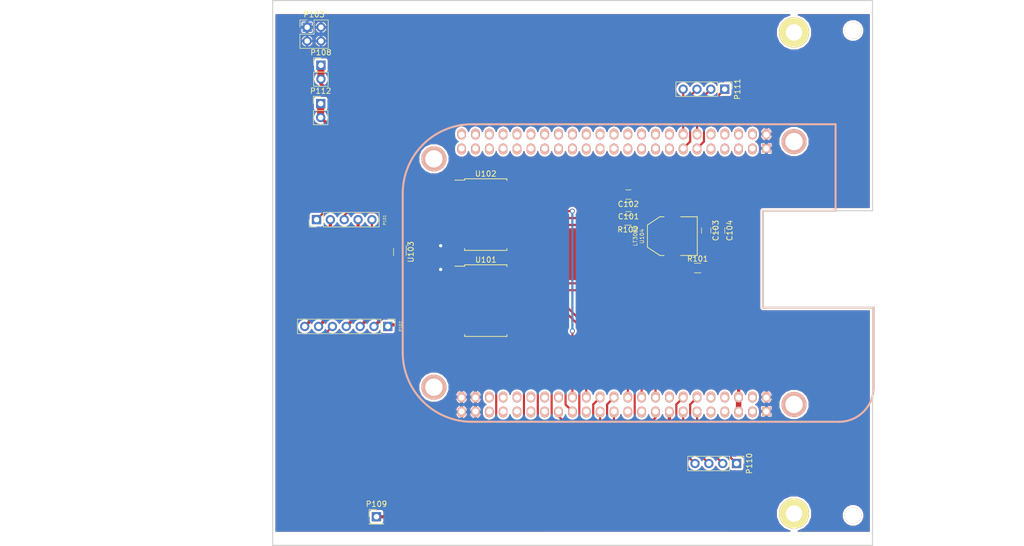
<source format=kicad_pcb>
(kicad_pcb (version 4) (host pcbnew no-vcs-found-product)
  (title_block (title SPI16CON) (date 2015-09-14) (rev v0) (company Controle))
  (layers (0 F.Cu signal) (31 B.Cu signal hide) (34 B.Paste user hide) (35 F.Paste user hide) (36 B.SilkS user hide) (37 F.SilkS user) (38 B.Mask user) (39 F.Mask user) (44 Edge.Cuts user))
  (net 0 "")
  (net 1 GND)
  (net 2 /DAC_CS)
  (net 3 /DAC_CLK)
  (net 4 /DAC_MOSI)
  (net 5 /DAC_MISO)
  (net 6 /ADC_CNV)
  (net 7 /ADC_CS)
  (net 8 /ADC_BUSY)
  (net 9 /ADC_MISO)
  (net 10 /GPIO_RST)
  (net 11 /+5V)
  (net 12 /SPI0_CS)
  (net 13 /SPI0_MISO)
  (net 14 /SPI0_SCLK)
  (net 15 /SPI1_CS0)
  (net 16 /SPI1_MOSI)
  (net 17 /SPI1_MISO)
  (net 18 /SPI1_SCLK)
  (net 19 /DAC_LDAC)
  (net 20 /DAC_CLR)
  (net 21 /DAC_RST)
  (net 22 /ADC_CLK)
  (net 23 /GPIO_LDAC)
  (net 24 /GPIO_CLR)
  (net 25 /GPIO_CNV)
  (net 26 /GPIO_BUSY)
  (net 27 /PWR_SYS)
  (net 28 /GPIO_1)
  (net 29 /GPIO_2)
  (net 30 /GPIO_3)
  (net 31 /GPIO_4)
  (net 32 /GPIO_0)
  (net 33 /GPIO_5)
  (net 34 /GPIO_6)
  (net 35 /GPIO_7)
  (net 36 /+3.3V)
  (net 37 "Net-(R101-Pad1)")
  (module Housings_SOIC:SOIC-20W_7.5x12.8mm_Pitch1.27mm (layer F.Cu) (at 110.41 65.96)
    (fp_text reference U102 (at 0 -7.5) (layer F.SilkS))
    (fp_text value 74LCX245)
    (pad 1 smd rect (at -4.7 -5.715) (size 1.95 0.6) (layers F.Cu F.Paste F.Mask) (net 36 /+3.3V))
    (pad 2 smd rect (at -4.7 -4.445) (size 1.95 0.6) (layers F.Cu F.Paste F.Mask))
    (pad 3 smd rect (at -4.7 -3.175) (size 1.95 0.6) (layers F.Cu F.Paste F.Mask))
    (pad 4 smd rect (at -4.7 -1.905) (size 1.95 0.6) (layers F.Cu F.Paste F.Mask) (net 5 /DAC_MISO))
    (pad 5 smd rect (at -4.7 -0.635) (size 1.95 0.6) (layers F.Cu F.Paste F.Mask) (net 9 /ADC_MISO))
    (pad 6 smd rect (at -4.7 0.635) (size 1.95 0.6) (layers F.Cu F.Paste F.Mask) (net 8 /ADC_BUSY))
    (pad 7 smd rect (at -4.7 1.905) (size 1.95 0.6) (layers F.Cu F.Paste F.Mask))
    (pad 8 smd rect (at -4.7 3.175) (size 1.95 0.6) (layers F.Cu F.Paste F.Mask))
    (pad 9 smd rect (at -4.7 4.445) (size 1.95 0.6) (layers F.Cu F.Paste F.Mask))
    (pad 10 smd rect (at -4.7 5.715) (size 1.95 0.6) (layers F.Cu F.Paste F.Mask) (net 1 GND))
    (pad 11 smd rect (at 4.7 5.715) (size 1.95 0.6) (layers F.Cu F.Paste F.Mask))
    (pad 12 smd rect (at 4.7 4.445) (size 1.95 0.6) (layers F.Cu F.Paste F.Mask))
    (pad 13 smd rect (at 4.7 3.175) (size 1.95 0.6) (layers F.Cu F.Paste F.Mask))
    (pad 14 smd rect (at 4.7 1.905) (size 1.95 0.6) (layers F.Cu F.Paste F.Mask) (net 26 /GPIO_BUSY))
    (pad 15 smd rect (at 4.7 0.635) (size 1.95 0.6) (layers F.Cu F.Paste F.Mask) (net 13 /SPI0_MISO))
    (pad 16 smd rect (at 4.7 -0.635) (size 1.95 0.6) (layers F.Cu F.Paste F.Mask) (net 17 /SPI1_MISO))
    (pad 17 smd rect (at 4.7 -1.905) (size 1.95 0.6) (layers F.Cu F.Paste F.Mask))
    (pad 18 smd rect (at 4.7 -3.175) (size 1.95 0.6) (layers F.Cu F.Paste F.Mask))
    (pad 19 smd rect (at 4.7 -4.445) (size 1.95 0.6) (layers F.Cu F.Paste F.Mask) (net 1 GND))
    (pad 20 smd rect (at 4.7 -5.715) (size 1.95 0.6) (layers F.Cu F.Paste F.Mask) (net 36 /+3.3V))
  )
  (module Pin_Headers:Pin_Header_Straight_1x07_Pitch2.54mm (layer F.Cu) (at 92.456 86.487 270)
    (fp_text reference P102 (at 0 -2.33 270) (layer F.SilkS) (effects (font (size 0.5 0.5) (thickness 0.075))))
    (fp_text value CONN_01X07)
    (pad 1 thru_hole rect (at 0 0 270) (size 1.7 1.7) (drill 1) (layers *.Cu *.Mask) (net 19 /DAC_LDAC))
    (pad 2 thru_hole oval (at 0 2.54 270) (size 1.7 1.7) (drill 1) (layers *.Cu *.Mask) (net 20 /DAC_CLR))
    (pad 3 thru_hole oval (at 0 5.08 270) (size 1.7 1.7) (drill 1) (layers *.Cu *.Mask) (net 21 /DAC_RST))
    (pad 4 thru_hole oval (at 0 7.62 270) (size 1.7 1.7) (drill 1) (layers *.Cu *.Mask) (net 4 /DAC_MOSI))
    (pad 5 thru_hole oval (at 0 10.16 270) (size 1.7 1.7) (drill 1) (layers *.Cu *.Mask) (net 5 /DAC_MISO))
    (pad 6 thru_hole oval (at 0 12.7 270) (size 1.7 1.7) (drill 1) (layers *.Cu *.Mask) (net 3 /DAC_CLK))
    (pad 7 thru_hole oval (at 0 15.24 270) (size 1.7 1.7) (drill 1) (layers *.Cu *.Mask) (net 2 /DAC_CS))
  )
  (module Pin_Headers:Pin_Header_Straight_1x05_Pitch2.54mm (layer F.Cu) (at 79.38 66.89 90)
    (fp_text reference P101 (at -0.08 12.49 90) (layer F.SilkS) (effects (font (size 0.5 0.5) (thickness 0.075))))
    (fp_text value CONN_01X05)
    (pad 1 thru_hole rect (at 0 0 90) (size 1.7 1.7) (drill 1) (layers *.Cu *.Mask) (net 9 /ADC_MISO))
    (pad 2 thru_hole oval (at 0 2.54 90) (size 1.7 1.7) (drill 1) (layers *.Cu *.Mask) (net 22 /ADC_CLK))
    (pad 3 thru_hole oval (at 0 5.08 90) (size 1.7 1.7) (drill 1) (layers *.Cu *.Mask) (net 8 /ADC_BUSY))
    (pad 4 thru_hole oval (at 0 7.62 90) (size 1.7 1.7) (drill 1) (layers *.Cu *.Mask) (net 7 /ADC_CS))
    (pad 5 thru_hole oval (at 0 10.16 90) (size 1.7 1.7) (drill 1) (layers *.Cu *.Mask) (net 6 /ADC_CNV))
  )
  (module Controle:LNLS_LOGO_Silk (layer F.Cu) (at 124.074 39.091 90)
    (fp_text reference P102 hide)
    (fp_text value CONN_01X07 hide)
    (fp_poly (pts (xy 1.364287 7.214795) (xy 1.369937 7.235488) (xy 1.38786 7.326207) (xy 1.407997 7.465123) (xy 1.426056 7.622552) (xy 1.426423 7.626257) (xy 1.442664 7.770152) (xy 1.459204 7.883088) (xy 1.472737 7.942875) (xy 1.473941 7.945323) (xy 1.511517 7.943959) (xy 1.577803 7.897841) (xy 1.586584 7.88981) (xy 1.667171 7.831416) (xy 1.706132 7.83328) (xy 1.693749 7.884314) (xy 1.641231 7.952153) (xy 1.586563 8.023599) (xy 1.572479 8.071078) (xy 1.574706 8.074501) (xy 1.622047 8.088456) (xy 1.729177 8.105752) (xy 1.877961 8.123742) (xy 1.981912 8.133968) (xy 2.189872 8.153713) (xy 2.323016 8.169446) (xy 2.384486 8.182652) (xy 2.377427 8.19481) (xy 2.304981 8.207405) (xy 2.170292 8.221917) (xy 2.168769 8.222065) (xy 1.995103 8.239439) (xy 1.82101 8.257764) (xy 1.70626 8.270549) (xy 1.517289 8.292564) (xy 1.625257 8.405259) (xy 1.692237 8.491092) (xy 1.705054 8.540823) (xy 1.669727 8.543612) (xy 1.592272 8.488621) (xy 1.583481 8.480505) (xy 1.53058 8.434908) (xy 1.494411 8.422849) (xy 1.470076 8.454153) (xy 1.452677 8.538645) (xy 1.437317 8.686149) (xy 1.428473 8.791455) (xy 1.40698 8.976987) (xy 1.379105 9.092732) (xy 1.345891 9.135825) (xy 1.312419 9.11033) (xy 1.297841 9.054402) (xy 1.281498 8.942141) (xy 1.266397 8.795222) (xy 1.263139 8.755232) (xy 1.247231 8.586215) (xy 1.228552 8.486962) (xy 1.202852 8.449098) (xy 1.16588 8.464248) (xy 1.133231 8.49923) (xy 1.076821 8.548354) (xy 1.050292 8.557846) (xy 1.016907 8.532223) (xy 1.028649 8.470816) (xy 1.079358 8.396812) (xy 1.097885 8.378623) (xy 1.179769 8.304518) (xy 1.088115 8.278769) (xy 0.994294 8.262147) (xy 0.862862 8.249841) (xy 0.801077 8.246873) (xy 0.646188 8.236525) (xy 0.492865 8.217983) (xy 0.449385 8.210515) (xy 0.372355 8.194468) (xy 0.348454 8.183148) (xy 0.384742 8.173081) (xy 0.488276 8.160792) (xy 0.566615 8.152815) (xy 0.735889 8.135185) (xy 0.901507 8.116932) (xy 1.010617 8.104072) (xy 1.181081 8.082818) (xy 1.072082 7.969047) (xy 1.005384 7.883719) (xy 0.991127 7.832892) (xy 1.023981 7.827783) (xy 1.098616 7.879611) (xy 1.109724 7.88981) (xy 1.177596 7.940502) (xy 1.219525 7.94796) (xy 1.221672 7.945323) (xy 1.234984 7.892217) (xy 1.25152 7.785265) (xy 1.266441 7.659076) (xy 1.284416 7.500964) (xy 1.303964 7.352871) (xy 1.31721 7.268307) (xy 1.334407 7.180892) (xy 1.347121 7.164909) (xy 1.364287 7.214795)) (layer F.Cu) (width 0.01))
    (fp_poly (pts (xy 3.327469 7.817974) (xy 3.401775 7.829448) (xy 3.43301 7.855364) (xy 3.438769 7.893538) (xy 3.429826 7.937936) (xy 3.390871 7.961541) (xy 3.303714 7.970698) (xy 3.214077 7.971905) (xy 2.989385 7.972119) (xy 3.253154 8.130378) (xy 3.396533 8.222537) (xy 3.479813 8.293401) (xy 3.514277 8.353493) (xy 3.516923 8.376349) (xy 3.502315 8.462341) (xy 3.450265 8.517264) (xy 3.348436 8.547025) (xy 3.184491 8.557531) (xy 3.137877 8.557846) (xy 2.990445 8.555901) (xy 2.904734 8.547073) (xy 2.864346 8.526869) (xy 2.852884 8.490797) (xy 2.852615 8.479692) (xy 2.860882 8.436712) (xy 2.897387 8.413039) (xy 2.979692 8.403016) (xy 3.096846 8.401007) (xy 3.341077 8.400477) (xy 3.096846 8.255715) (xy 2.964678 8.172151) (xy 2.889366 8.108032) (xy 2.857084 8.049452) (xy 2.852615 8.01006) (xy 2.868143 7.913587) (xy 2.923111 7.853788) (xy 3.030101 7.82346) (xy 3.192585 7.815384) (xy 3.327469 7.817974)) (layer F.Cu) (width 0.01))
    (fp_poly (pts (xy 3.933411 7.817962) (xy 3.961954 7.835455) (xy 3.977635 7.882504) (xy 3.984307 7.973746) (xy 3.985821 8.123821) (xy 3.985846 8.186615) (xy 3.985168 8.358593) (xy 3.980564 8.467056) (xy 3.968183 8.526644) (xy 3.944172 8.551996) (xy 3.904678 8.557752) (xy 3.888154 8.557846) (xy 3.842896 8.555268) (xy 3.814353 8.537774) (xy 3.798672 8.490726) (xy 3.792001 8.399484) (xy 3.790486 8.249409) (xy 3.790461 8.186615) (xy 3.79114 8.014637) (xy 3.795743 7.906174) (xy 3.808124 7.846586) (xy 3.832136 7.821233) (xy 3.871629 7.815478) (xy 3.888154 7.815384) (xy 3.933411 7.817962)) (layer F.Cu) (width 0.01))
    (fp_poly (pts (xy 4.734238 7.817974) (xy 4.808545 7.829448) (xy 4.839779 7.855364) (xy 4.845538 7.893538) (xy 4.83621 7.938703) (xy 4.795876 7.962231) (xy 4.706016 7.970858) (xy 4.630615 7.971692) (xy 4.415692 7.971692) (xy 4.415692 8.264769) (xy 4.413846 8.414615) (xy 4.405429 8.502536) (xy 4.386122 8.544728) (xy 4.351607 8.557386) (xy 4.337538 8.557846) (xy 4.299171 8.551532) (xy 4.275907 8.522288) (xy 4.264023 8.45466) (xy 4.259796 8.333196) (xy 4.259385 8.233507) (xy 4.265283 8.052362) (xy 4.2819 7.923926) (xy 4.306277 7.862276) (xy 4.369803 7.836708) (xy 4.4867 7.819891) (xy 4.599354 7.815384) (xy 4.734238 7.817974)) (layer F.Cu) (width 0.01))
    (fp_poly (pts (xy 5.262026 7.817962) (xy 5.290569 7.835455) (xy 5.306251 7.882504) (xy 5.312922 7.973746) (xy 5.314437 8.123821) (xy 5.314461 8.186615) (xy 5.313783 8.358593) (xy 5.309179 8.467056) (xy 5.296798 8.526644) (xy 5.272787 8.551996) (xy 5.233294 8.557752) (xy 5.216769 8.557846) (xy 5.171512 8.555268) (xy 5.142969 8.537774) (xy 5.127288 8.490726) (xy 5.120616 8.399484) (xy 5.119102 8.249409) (xy 5.119077 8.186615) (xy 5.119755 8.014637) (xy 5.124359 7.906174) (xy 5.13674 7.846586) (xy 5.160751 7.821233) (xy 5.200244 7.815478) (xy 5.216769 7.815384) (xy 5.262026 7.817962)) (layer F.Cu) (width 0.01))
    (fp_poly (pts (xy 6.212521 7.821698) (xy 6.235785 7.850942) (xy 6.247669 7.91857) (xy 6.251896 8.040033) (xy 6.252308 8.139723) (xy 6.246409 8.320868) (xy 6.229792 8.449304) (xy 6.205415 8.510953) (xy 6.146323 8.533101) (xy 6.03652 8.548859) (xy 5.902108 8.557308) (xy 5.769189 8.557526) (xy 5.663863 8.548596) (xy 5.614051 8.531794) (xy 5.602392 8.483406) (xy 5.593429 8.376289) (xy 5.588523 8.229856) (xy 5.588 8.160564) (xy 5.589352 7.995317) (xy 5.595676 7.893202) (xy 5.610367 7.839211) (xy 5.636824 7.818336) (xy 5.666154 7.815384) (xy 5.706113 7.822306) (xy 5.729558 7.85387) (xy 5.74081 7.926271) (xy 5.744185 8.055705) (xy 5.744308 8.108461) (xy 5.744308 8.401538) (xy 6.096 8.401538) (xy 6.096 8.108461) (xy 6.097846 7.958614) (xy 6.106263 7.870693) (xy 6.12557 7.828502) (xy 6.160086 7.815844) (xy 6.174154 7.815384) (xy 6.212521 7.821698)) (layer F.Cu) (width 0.01))
    (fp_poly (pts (xy 7.0007 7.817974) (xy 7.075006 7.829448) (xy 7.10624 7.855364) (xy 7.112 7.893538) (xy 7.103057 7.937936) (xy 7.064102 7.961541) (xy 6.976945 7.970698) (xy 6.887308 7.971905) (xy 6.662615 7.972119) (xy 6.926385 8.130378) (xy 7.069764 8.222537) (xy 7.153044 8.293401) (xy 7.187508 8.353493) (xy 7.190154 8.376349) (xy 7.175545 8.462341) (xy 7.123495 8.517264) (xy 7.021667 8.547025) (xy 6.857722 8.557531) (xy 6.811108 8.557846) (xy 6.663676 8.555901) (xy 6.577964 8.547073) (xy 6.537576 8.526869) (xy 6.526115 8.490797) (xy 6.525846 8.479692) (xy 6.534112 8.436712) (xy 6.570618 8.413039) (xy 6.652923 8.403016) (xy 6.770077 8.401007) (xy 7.014308 8.400477) (xy 6.770077 8.255715) (xy 6.637909 8.172151) (xy 6.562597 8.108032) (xy 6.530315 8.049452) (xy 6.525846 8.01006) (xy 6.541373 7.913587) (xy 6.596342 7.853788) (xy 6.703332 7.82346) (xy 6.865815 7.815384) (xy 7.0007 7.817974)) (layer F.Cu) (width 0.01))
    (fp_poly (pts (xy 0.976923 7.756769) (xy 0.957385 7.776307) (xy 0.937846 7.756769) (xy 0.957385 7.73723) (xy 0.976923 7.756769)) (layer F.Cu) (width 0.01))
    (fp_poly (pts (xy 3.96476 7.403855) (xy 3.985846 7.463692) (xy 3.96295 7.524977) (xy 3.888154 7.541846) (xy 3.811547 7.523529) (xy 3.790461 7.463692) (xy 3.813358 7.402406) (xy 3.888154 7.385538) (xy 3.96476 7.403855)) (layer F.Cu) (width 0.01))
    (fp_poly (pts (xy 5.293376 7.403855) (xy 5.314461 7.463692) (xy 5.291565 7.524977) (xy 5.216769 7.541846) (xy 5.140162 7.523529) (xy 5.119077 7.463692) (xy 5.141973 7.402406) (xy 5.216769 7.385538) (xy 5.293376 7.403855)) (layer F.Cu) (width 0.01))
    (fp_poly (pts (xy 7.307385 6.994769) (xy -7.346462 6.994769) (xy -7.346462 6.682153) (xy 7.307385 6.682153) (xy 7.307385 6.994769)) (layer F.Cu) (width 0.01))
    (fp_poly (pts (xy -6.682154 4.847314) (xy -6.682425 5.127233) (xy -6.676852 5.338666) (xy -6.655856 5.491193) (xy -6.609858 5.594394) (xy -6.529277 5.657848) (xy -6.404535 5.691135) (xy -6.226052 5.703833) (xy -5.984248 5.705523) (xy -5.824238 5.70523) (xy -5.158154 5.70523) (xy -5.158154 6.056923) (xy -5.990028 6.056923) (xy -6.267895 6.056482) (xy -6.47961 6.054461) (xy -6.63717 6.049811) (xy -6.752576 6.041483) (xy -6.837826 6.02843) (xy -6.904919 6.009602) (xy -6.965855 5.983952) (xy -6.996259 5.969) (xy -7.145481 5.867041) (xy -7.249932 5.72337) (xy -7.258539 5.70672) (xy -7.290773 5.637245) (xy -7.314034 5.567052) (xy -7.32977 5.482154) (xy -7.339426 5.36857) (xy -7.344449 5.212315) (xy -7.346285 4.999405) (xy -7.346462 4.856796) (xy -7.346462 4.18123) (xy -6.682154 4.18123) (xy -6.682154 4.847314)) (layer F.Cu) (width 0.01))
    (fp_poly (pts (xy -0.898769 6.056923) (xy -1.464522 6.056923) (xy -2.099953 5.422367) (xy -2.735385 4.787811) (xy -2.735385 6.056923) (xy -3.360615 6.056923) (xy -3.360615 4.18123) (xy -3.096846 4.182116) (xy -2.833077 4.183003) (xy -1.563077 5.399827) (xy -1.563077 4.18123) (xy -0.898769 4.18123) (xy -0.898769 6.056923)) (layer F.Cu) (width 0.01))
    (fp_poly (pts (xy 1.680308 4.847314) (xy 1.680667 5.090149) (xy 1.682798 5.267373) (xy 1.688279 5.391531) (xy 1.698689 5.475167) (xy 1.715607 5.530823) (xy 1.740612 5.571044) (xy 1.775284 5.608374) (xy 1.776224 5.609314) (xy 1.813636 5.644231) (xy 1.853646 5.669444) (xy 1.908798 5.686534) (xy 1.991635 5.697078) (xy 2.114702 5.702656) (xy 2.290541 5.704847) (xy 2.531696 5.70523) (xy 3.204308 5.70523) (xy 3.204308 6.056923) (xy 2.372434 6.056923) (xy 2.094566 6.056482) (xy 1.882852 6.054461) (xy 1.725291 6.049811) (xy 1.609886 6.041483) (xy 1.524636 6.02843) (xy 1.457542 6.009602) (xy 1.396607 5.983952) (xy 1.366203 5.969) (xy 1.216981 5.867041) (xy 1.112529 5.72337) (xy 1.103923 5.70672) (xy 1.071689 5.637245) (xy 1.048427 5.567052) (xy 1.032692 5.482154) (xy 1.023036 5.36857) (xy 1.018013 5.212315) (xy 1.016176 4.999405) (xy 1.016 4.856796) (xy 1.016 4.18123) (xy 1.680308 4.18123) (xy 1.680308 4.847314)) (layer F.Cu) (width 0.01))
    (fp_poly (pts (xy 7.151077 4.532923) (xy 5.589802 4.532923) (xy 5.527508 4.627994) (xy 5.492442 4.739362) (xy 5.529325 4.840732) (xy 5.632087 4.917541) (xy 5.651535 4.925562) (xy 5.724185 4.938672) (xy 5.858443 4.949778) (xy 6.03777 4.957986) (xy 6.245629 4.962403) (xy 6.342775 4.962915) (xy 6.576338 4.964018) (xy 6.74613 4.968241) (xy 6.866517 4.977154) (xy 6.951864 4.992329) (xy 7.01654 5.015335) (xy 7.065505 5.041924) (xy 7.19788 5.165042) (xy 7.278549 5.328998) (xy 7.303122 5.512428) (xy 7.267208 5.693967) (xy 7.218682 5.787375) (xy 7.161585 5.866431) (xy 7.101662 5.928354) (xy 7.028969 5.975224) (xy 6.933561 6.009121) (xy 6.805493 6.032122) (xy 6.634823 6.046309) (xy 6.411604 6.05376) (xy 6.125893 6.056555) (xy 5.929923 6.056862) (xy 5.001846 6.056923) (xy 5.001846 5.70523) (xy 5.75779 5.70523) (xy 6.021521 5.704621) (xy 6.218186 5.70215) (xy 6.358866 5.696852) (xy 6.454643 5.687762) (xy 6.516599 5.673915) (xy 6.555816 5.654347) (xy 6.578405 5.633769) (xy 6.636508 5.523833) (xy 6.624101 5.414954) (xy 6.556228 5.336215) (xy 6.50673 5.312108) (xy 6.430062 5.295015) (xy 6.314211 5.283901) (xy 6.147161 5.277728) (xy 5.916899 5.275462) (xy 5.850903 5.275384) (xy 5.579027 5.272982) (xy 5.373023 5.26362) (xy 5.220699 5.244069) (xy 5.109862 5.211097) (xy 5.028318 5.161473) (xy 4.963876 5.091966) (xy 4.92211 5.029256) (xy 4.860707 4.864272) (xy 4.849104 4.675259) (xy 4.887466 4.496776) (xy 4.919225 4.432103) (xy 4.968871 4.359156) (xy 5.024941 4.301815) (xy 5.096981 4.258221) (xy 5.19454 4.226518) (xy 5.327166 4.20485) (xy 5.504406 4.19136) (xy 5.735808 4.184192) (xy 6.030921 4.181488) (xy 6.209367 4.18123) (xy 7.151077 4.18123) (xy 7.151077 4.532923)) (layer F.Cu) (width 0.01))
    (fp_poly (pts (xy 7.405077 3.653692) (xy -0.010957 3.663562) (xy -0.936873 3.664703) (xy -1.787446 3.665549) (xy -2.565485 3.666086) (xy -3.273799 3.666298) (xy -3.9152 3.66617) (xy -4.492496 3.665689) (xy -5.008496 3.664839) (xy -5.466012 3.663605) (xy -5.867853 3.661973) (xy -6.216827 3.659928) (xy -6.515746 3.657455) (xy -6.767419 3.654539) (xy -6.974655 3.651166) (xy -7.140265 3.64732) (xy -7.267058 3.642988) (xy -7.357843 3.638154) (xy -7.415431 3.632803) (xy -7.442632 3.626921) (xy -7.445608 3.624485) (xy -7.447632 3.580551) (xy -7.449468 3.462691) (xy -7.451111 3.27513) (xy -7.452555 3.022096) (xy -7.453794 2.707815) (xy -7.454822 2.336513) (xy -7.455633 1.912419) (xy -7.456222 1.439757) (xy -7.456582 0.922756) (xy -7.456708 0.365642) (xy -7.456593 -0.22736) (xy -7.456233 -0.852021) (xy -7.45562 -1.504115) (xy -7.454749 -2.179416) (xy -7.45419 -2.54) (xy -7.444571 -8.401539) (xy -7.190154 -8.401539) (xy -7.190154 3.399692) (xy -6.232769 3.399692) (xy -5.968539 3.399258) (xy -5.732246 3.398039) (xy -5.534459 3.396158) (xy -5.385749 3.393737) (xy -5.296683 3.3909) (xy -5.275385 3.388568) (xy -5.287711 3.349064) (xy -5.319874 3.256961) (xy -5.360501 3.144337) (xy -5.424266 2.900854) (xy -5.460591 2.612609) (xy -5.468745 2.308288) (xy -5.447997 2.016577) (xy -5.397616 1.766163) (xy -5.395779 1.760049) (xy -5.239485 1.372098) (xy -5.02282 1.025841) (xy -4.753333 0.726974) (xy -4.438574 0.481195) (xy -4.086092 0.2942) (xy -3.703437 0.171685) (xy -3.298158 0.119348) (xy -3.219411 0.117808) (xy -2.904822 0.132754) (xy -2.628679 0.184244) (xy -2.356743 0.280103) (xy -2.207846 0.348989) (xy -1.844385 0.569215) (xy -1.535707 0.841101) (xy -1.285678 1.157526) (xy -1.098159 1.51137) (xy -0.977016 1.895511) (xy -0.926112 2.302829) (xy -0.943118 2.679916) (xy -0.972721 2.859882) (xy -1.014218 3.041174) (xy -1.056606 3.178657) (xy -1.098683 3.290969) (xy -1.126508 3.368325) (xy -1.133211 3.389923) (xy -1.095206 3.391585) (xy -0.985454 3.393159) (xy -0.810363 3.394619) (xy -0.576341 3.395942) (xy -0.289795 3.397104) (xy 0.042867 3.39808) (xy 0.415237 3.398847) (xy 0.820909 3.399381) (xy 1.253475 3.399658) (xy 1.471783 3.399692) (xy 4.076797 3.399692) (xy 3.591706 2.907758) (xy 2.911478 2.263027) (xy 2.216749 1.694352) (xy 1.505605 1.200657) (xy 0.776132 0.780864) (xy 0.026417 0.433897) (xy -0.745455 0.158677) (xy -1.541397 -0.045872) (xy -1.719385 -0.081394) (xy -1.937685 -0.123384) (xy -2.131563 -0.161841) (xy -2.286897 -0.193872) (xy -2.389563 -0.216582) (xy -2.422769 -0.225474) (xy -2.424982 -0.242774) (xy -2.357953 -0.26417) (xy -2.230413 -0.288425) (xy -2.051091 -0.314304) (xy -1.828719 -0.340569) (xy -1.572026 -0.365984) (xy -1.289743 -0.389314) (xy -1.239956 -0.392975) (xy -0.392436 -0.415889) (xy 0.466554 -0.364475) (xy 1.32999 -0.240344) (xy 2.19085 -0.045102) (xy 3.04211 0.219643) (xy 3.876748 0.552281) (xy 4.68774 0.951206) (xy 4.729365 0.97386) (xy 4.900041 1.068571) (xy 5.122508 1.194084) (xy 5.381228 1.341517) (xy 5.660662 1.501986) (xy 5.945274 1.666609) (xy 6.162432 1.793099) (xy 6.408117 1.936252) (xy 6.631571 2.065584) (xy 6.823997 2.176074) (xy 6.976598 2.262699) (xy 7.080576 2.320438) (xy 7.127136 2.344269) (xy 7.128528 2.344615) (xy 7.13122 2.306282) (xy 7.133819 2.194256) (xy 7.136308 2.013) (xy 7.138669 1.766974) (xy 7.140881 1.460642) (xy 7.142927 1.098463) (xy 7.144788 0.684899) (xy 7.146444 0.224413) (xy 7.147878 -0.278534) (xy 7.149071 -0.819481) (xy 7.150004 -1.393967) (xy 7.150657 -1.997528) (xy 7.151014 -2.625705) (xy 7.151077 -3.028462) (xy 7.151077 -8.401539) (xy -7.190154 -8.401539) (xy -7.444571 -8.401539) (xy -7.444154 -8.655539) (xy 7.405077 -8.655539) (xy 7.405077 3.653692)) (layer F.Cu) (width 0.01))
    (fp_poly (pts (xy -3.029847 -8.013203) (xy -2.958267 -7.970998) (xy -2.828937 -7.895832) (xy -2.651966 -7.793509) (xy -2.437465 -7.669836) (xy -2.195543 -7.53062) (xy -1.936311 -7.381665) (xy -1.669878 -7.228779) (xy -1.406354 -7.077767) (xy -1.15585 -6.934435) (xy -0.928475 -6.804591) (xy -0.734339 -6.69404) (xy -0.615528 -6.626656) (xy -0.455103 -6.534078) (xy -0.322934 -6.454316) (xy -0.232087 -6.395507) (xy -0.195629 -6.365792) (xy -0.195451 -6.364994) (xy -0.225898 -6.335258) (xy -0.309229 -6.271027) (xy -0.43335 -6.181232) (xy -0.586167 -6.074806) (xy -0.615462 -6.054796) (xy -1.386469 -5.502773) (xy -2.084122 -4.945683) (xy -2.713221 -4.378384) (xy -3.278565 -3.795732) (xy -3.784954 -3.192583) (xy -4.237188 -2.563796) (xy -4.640066 -1.904225) (xy -4.843614 -1.524) (xy -5.058874 -1.08115) (xy -5.23821 -0.661742) (xy -5.38906 -0.243876) (xy -5.518861 0.194347) (xy -5.635052 0.674826) (xy -5.705556 1.013868) (xy -5.75986 1.282454) (xy -5.802053 1.476242) (xy -5.832737 1.597545) (xy -5.852513 1.648677) (xy -5.861983 1.631952) (xy -5.862778 1.618435) (xy -5.868673 1.566675) (xy -5.883566 1.455936) (xy -5.904943 1.304541) (xy -5.921295 1.191846) (xy -5.942936 1.01258) (xy -5.964257 0.780034) (xy -5.98333 0.519065) (xy -5.998224 0.25453) (xy -6.003204 0.136769) (xy -5.997525 -0.761071) (xy -5.914041 -1.655805) (xy -5.753082 -2.546141) (xy -5.514976 -3.430784) (xy -5.200053 -4.308441) (xy -4.80864 -5.177819) (xy -4.507235 -5.748829) (xy -4.409193 -5.922284) (xy -4.28059 -6.147043) (xy -4.130647 -6.407141) (xy -3.96859 -6.686613) (xy -3.80364 -6.969494) (xy -3.689994 -7.163373) (xy -3.148463 -8.084935) (xy -3.029847 -8.013203)) (layer F.Cu) (width 0.01))
    (fp_poly (pts (xy 4.504447 -2.798666) (xy 4.713065 -2.794214) (xy 5.900615 -2.765485) (xy 5.900615 -1.050589) (xy 5.89997 -0.693121) (xy 5.898125 -0.361043) (xy 5.895214 -0.062231) (xy 5.891373 0.195439) (xy 5.886737 0.40409) (xy 5.88144 0.555845) (xy 5.875617 0.642827) (xy 5.871308 0.660958) (xy 5.826968 0.643015) (xy 5.727489 0.59654) (xy 5.587371 0.528471) (xy 5.421116 0.445749) (xy 5.412154 0.44124) (xy 4.562649 0.041877) (xy 3.734848 -0.288667) (xy 2.919088 -0.553159) (xy 2.105708 -0.754364) (xy 1.285044 -0.895047) (xy 0.455981 -0.97742) (xy -0.342453 -0.997117) (xy -1.125824 -0.949298) (xy -1.904715 -0.832414) (xy -2.689712 -0.644918) (xy -3.421321 -0.410544) (xy -3.584752 -0.354627) (xy -3.722025 -0.312285) (xy -3.815898 -0.288566) (xy -3.8471 -0.285906) (xy -3.842909 -0.314364) (xy -3.780445 -0.377254) (xy -3.668383 -0.468687) (xy -3.515399 -0.582775) (xy -3.33017 -0.713629) (xy -3.121371 -0.85536) (xy -2.897678 -1.00208) (xy -2.667769 -1.1479) (xy -2.440317 -1.28693) (xy -2.224 -1.413284) (xy -2.027494 -1.521071) (xy -2.026498 -1.521595) (xy -1.463464 -1.799984) (xy -0.902593 -2.040701) (xy -0.335569 -2.245315) (xy 0.245923 -2.415398) (xy 0.850202 -2.552519) (xy 1.485582 -2.658249) (xy 2.16038 -2.734158) (xy 2.882913 -2.781817) (xy 3.661497 -2.802796) (xy 4.504447 -2.798666)) (layer F.Cu) (width 0.01))
    (fp_poly (pts (xy 2.167159 -6.476359) (xy 2.216689 -6.394134) (xy 2.295921 -6.259859) (xy 2.399903 -6.082123) (xy 2.523683 -5.869515) (xy 2.662311 -5.630623) (xy 2.810833 -5.374038) (xy 2.964299 -5.108348) (xy 3.117756 -4.842142) (xy 3.266254 -4.584009) (xy 3.404841 -4.342539) (xy 3.528564 -4.126321) (xy 3.632472 -3.943943) (xy 3.711614 -3.803995) (xy 3.761038 -3.715066) (xy 3.775995 -3.685681) (xy 3.737043 -3.68025) (xy 3.632456 -3.669417) (xy 3.474479 -3.654349) (xy 3.275353 -3.636213) (xy 3.047424 -3.616187) (xy 2.469228 -3.560252) (xy 1.95412 -3.497116) (xy 1.487184 -3.424465) (xy 1.053506 -3.339986) (xy 0.648485 -3.244029) (xy -0.235678 -2.984577) (xy -1.061026 -2.676429) (xy -1.831871 -2.316964) (xy -2.552524 -1.903563) (xy -3.227295 -1.433605) (xy -3.860498 -0.904472) (xy -4.456442 -0.313543) (xy -4.786778 0.058615) (xy -4.921968 0.21794) (xy -5.01449 0.326112) (xy -5.072408 0.391427) (xy -5.103791 0.422178) (xy -5.116703 0.426661) (xy -5.119211 0.41317) (xy -5.119077 0.400331) (xy -5.103389 0.341419) (xy -5.060501 0.22635) (xy -4.996674 0.069598) (xy -4.91817 -0.114367) (xy -4.831253 -0.311073) (xy -4.742185 -0.506048) (xy -4.657227 -0.68482) (xy -4.599194 -0.801077) (xy -4.212116 -1.495836) (xy -3.791153 -2.134992) (xy -3.321986 -2.738609) (xy -2.814162 -3.302) (xy -2.498358 -3.62135) (xy -2.188103 -3.915002) (xy -1.873717 -4.190105) (xy -1.545521 -4.453809) (xy -1.193835 -4.713263) (xy -0.808981 -4.975615) (xy -0.381278 -5.248016) (xy 0.098952 -5.537614) (xy 0.625231 -5.842352) (xy 0.84581 -5.967637) (xy 1.077545 -6.098483) (xy 1.307337 -6.227569) (xy 1.522088 -6.347576) (xy 1.708696 -6.451186) (xy 1.854063 -6.531077) (xy 1.945089 -6.579931) (xy 1.947297 -6.581075) (xy 2.064713 -6.641793) (xy 2.167159 -6.476359)) (layer F.Cu) (width 0.01))
  )
  (module Controle:BEAGLEBONEBLACK (layer B.Cu) (at 138.3701 76.6826)
    (fp_text reference Beagle101 hide)
    (fp_text value BeagleBone hide)
    (pad M1 thru_hole circle (at -37.465 20.955) (size 4.572 4.572) (drill 3.175) (layers *.Cu *.Mask B.SilkS))
    (pad M2 thru_hole circle (at 28.575 24.13) (size 4.572 4.572) (drill 3.175) (layers *.Cu *.Mask B.SilkS))
    (pad M3 thru_hole circle (at 28.575 -24.13) (size 4.572 4.572) (drill 3.175) (layers *.Cu *.Mask B.SilkS))
    (pad M4 thru_hole circle (at -37.465 -20.955) (size 4.572 4.572) (drill 3.175) (layers *.Cu *.Mask B.SilkS))
    (pad C1 thru_hole rect (at 23.495 25.4) (size 1.6 1.6) (drill 1.1) (layers *.Cu *.Mask B.SilkS) (net 1 GND))
    (pad C2 thru_hole oval (at 23.495 22.86) (size 1.6 2) (drill 1.1 (offset 0 -0.1)) (layers *.Cu *.Mask B.SilkS) (net 1 GND))
    (pad C3 thru_hole oval (at 20.955 25.4) (size 1.6 2) (drill 1.1 (offset 0 0.1)) (layers *.Cu *.Mask B.SilkS))
    (pad C4 thru_hole oval (at 20.955 22.86) (size 1.6 2) (drill 1.1 (offset 0 -0.1)) (layers *.Cu *.Mask B.SilkS))
    (pad C5 thru_hole oval (at 18.415 25.4) (size 1.6 2) (drill 1.1 (offset 0 0.1)) (layers *.Cu *.Mask B.SilkS) (net 11 /+5V))
    (pad C6 thru_hole oval (at 18.415 22.86) (size 1.6 2) (drill 1.1 (offset 0 -0.1)) (layers *.Cu *.Mask B.SilkS) (net 11 /+5V))
    (pad C7 thru_hole oval (at 15.875 25.4) (size 1.6 2) (drill 1.1 (offset 0 0.1)) (layers *.Cu *.Mask B.SilkS))
    (pad C8 thru_hole oval (at 15.875 22.86) (size 1.6 2) (drill 1.1 (offset 0 -0.1)) (layers *.Cu *.Mask B.SilkS))
    (pad C9 thru_hole oval (at 13.335 25.4) (size 1.6 2) (drill 1.1 (offset 0 0.1)) (layers *.Cu *.Mask B.SilkS))
    (pad C10 thru_hole oval (at 13.335 22.86) (size 1.6 2) (drill 1.1 (offset 0 -0.1)) (layers *.Cu *.Mask B.SilkS))
    (pad C11 thru_hole oval (at 10.795 25.4) (size 1.6 2) (drill 1.1 (offset 0 0.1)) (layers *.Cu *.Mask B.SilkS) (net 32 /GPIO_0))
    (pad C12 thru_hole oval (at 10.795 22.86) (size 1.6 2) (drill 1.1 (offset 0 -0.1)) (layers *.Cu *.Mask B.SilkS) (net 28 /GPIO_1))
    (pad C13 thru_hole oval (at 8.255 25.4) (size 1.6 2) (drill 1.1 (offset 0 0.1)) (layers *.Cu *.Mask B.SilkS) (net 29 /GPIO_2))
    (pad C14 thru_hole oval (at 8.255 22.86) (size 1.6 2) (drill 1.1 (offset 0 -0.1)) (layers *.Cu *.Mask B.SilkS) (net 30 /GPIO_3))
    (pad C15 thru_hole oval (at 5.715 25.4) (size 1.6 2) (drill 1.1 (offset 0 0.1)) (layers *.Cu *.Mask B.SilkS) (net 27 /PWR_SYS))
    (pad C16 thru_hole oval (at 5.715 22.86) (size 1.6 2) (drill 1.1 (offset 0 -0.1)) (layers *.Cu *.Mask B.SilkS))
    (pad C17 thru_hole oval (at 3.175 25.4) (size 1.6 2) (drill 1.1 (offset 0 0.1)) (layers *.Cu *.Mask B.SilkS) (net 12 /SPI0_CS))
    (pad C18 thru_hole oval (at 3.175 22.86) (size 1.6 2) (drill 1.1 (offset 0 -0.1)) (layers *.Cu *.Mask B.SilkS) (net 13 /SPI0_MISO))
    (pad C19 thru_hole oval (at 0.635 25.4) (size 1.6 2) (drill 1.1 (offset 0 0.1)) (layers *.Cu *.Mask B.SilkS))
    (pad C20 thru_hole oval (at 0.635 22.86) (size 1.6 2) (drill 1.1 (offset 0 -0.1)) (layers *.Cu *.Mask B.SilkS) (net 26 /GPIO_BUSY))
    (pad C21 thru_hole oval (at -1.905 25.4) (size 1.6 2) (drill 1.1 (offset 0 0.1)) (layers *.Cu *.Mask B.SilkS))
    (pad C22 thru_hole oval (at -1.905 22.86) (size 1.6 2) (drill 1.1 (offset 0 -0.1)) (layers *.Cu *.Mask B.SilkS) (net 14 /SPI0_SCLK))
    (pad C23 thru_hole oval (at -4.445 25.4) (size 1.6 2) (drill 1.1 (offset 0 0.1)) (layers *.Cu *.Mask B.SilkS) (net 25 /GPIO_CNV))
    (pad C24 thru_hole oval (at -4.445 22.86) (size 1.6 2) (drill 1.1 (offset 0 -0.1)) (layers *.Cu *.Mask B.SilkS) (net 23 /GPIO_LDAC))
    (pad C25 thru_hole oval (at -6.985 25.4) (size 1.6 2) (drill 1.1 (offset 0 0.1)) (layers *.Cu *.Mask B.SilkS) (net 24 /GPIO_CLR))
    (pad C26 thru_hole oval (at -6.985 22.86) (size 1.6 2) (drill 1.1 (offset 0 -0.1)) (layers *.Cu *.Mask B.SilkS) (net 10 /GPIO_RST))
    (pad C27 thru_hole oval (at -9.525 25.4) (size 1.6 2) (drill 1.1 (offset 0 0.1)) (layers *.Cu *.Mask B.SilkS))
    (pad C28 thru_hole oval (at -9.525 22.86) (size 1.6 2) (drill 1.1 (offset 0 -0.1)) (layers *.Cu *.Mask B.SilkS) (net 15 /SPI1_CS0))
    (pad C29 thru_hole oval (at -12.065 25.4) (size 1.6 2) (drill 1.1 (offset 0 0.1)) (layers *.Cu *.Mask B.SilkS) (net 16 /SPI1_MOSI))
    (pad C30 thru_hole oval (at -12.065 22.86) (size 1.6 2) (drill 1.1 (offset 0 -0.1)) (layers *.Cu *.Mask B.SilkS) (net 17 /SPI1_MISO))
    (pad C31 thru_hole oval (at -14.605 25.4) (size 1.6 2) (drill 1.1 (offset 0 0.1)) (layers *.Cu *.Mask B.SilkS) (net 18 /SPI1_SCLK))
    (pad C32 thru_hole oval (at -14.605 22.86) (size 1.6 2) (drill 1.1 (offset 0 -0.1)) (layers *.Cu *.Mask B.SilkS))
    (pad C33 thru_hole oval (at -17.145 25.4) (size 1.6 2) (drill 1.1 (offset 0 0.1)) (layers *.Cu *.Mask B.SilkS))
    (pad C34 thru_hole oval (at -17.145 22.86) (size 1.6 2) (drill 1.1 (offset 0 -0.1)) (layers *.Cu *.Mask B.SilkS))
    (pad C35 thru_hole oval (at -19.685 25.4) (size 1.6 2) (drill 1.1 (offset 0 0.1)) (layers *.Cu *.Mask B.SilkS))
    (pad C36 thru_hole oval (at -19.685 22.86) (size 1.6 2) (drill 1.1 (offset 0 -0.1)) (layers *.Cu *.Mask B.SilkS))
    (pad C37 thru_hole oval (at -22.225 25.4) (size 1.6 2) (drill 1.1 (offset 0 0.1)) (layers *.Cu *.Mask B.SilkS))
    (pad C38 thru_hole oval (at -22.225 22.86) (size 1.6 2) (drill 1.1 (offset 0 -0.1)) (layers *.Cu *.Mask B.SilkS))
    (pad C39 thru_hole oval (at -24.765 25.4) (size 1.6 2) (drill 1.1 (offset 0 0.1)) (layers *.Cu *.Mask B.SilkS))
    (pad C40 thru_hole oval (at -24.765 22.86) (size 1.6 2) (drill 1.1 (offset 0 -0.1)) (layers *.Cu *.Mask B.SilkS))
    (pad C41 thru_hole oval (at -27.305 25.4) (size 1.6 2) (drill 1.1 (offset 0 0.1)) (layers *.Cu *.Mask B.SilkS))
    (pad C42 thru_hole oval (at -27.305 22.86) (size 1.6 2) (drill 1.1 (offset 0 -0.1)) (layers *.Cu *.Mask B.SilkS))
    (pad C43 thru_hole oval (at -29.845 25.4) (size 1.6 2) (drill 1.1 (offset 0 0.1)) (layers *.Cu *.Mask B.SilkS) (net 1 GND))
    (pad C44 thru_hole oval (at -29.845 22.86) (size 1.6 2) (drill 1.1 (offset 0 -0.1)) (layers *.Cu *.Mask B.SilkS) (net 1 GND))
    (pad C45 thru_hole oval (at -32.385 25.4) (size 1.6 2) (drill 1.1 (offset 0 0.1)) (layers *.Cu *.Mask B.SilkS) (net 1 GND))
    (pad C46 thru_hole oval (at -32.385 22.86) (size 1.6 2) (drill 1.1 (offset 0 -0.1)) (layers *.Cu *.Mask B.SilkS) (net 1 GND))
    (pad B1 thru_hole rect (at 23.495 -22.86) (size 1.6 1.6) (drill 1.1) (layers *.Cu *.Mask B.SilkS) (net 1 GND))
    (pad B2 thru_hole oval (at 23.495 -25.4) (size 1.6 2) (drill 1.1 (offset 0 -0.1)) (layers *.Cu *.Mask B.SilkS) (net 1 GND))
    (pad B3 thru_hole oval (at 20.955 -22.86) (size 1.6 2) (drill 1.1 (offset 0 0.1)) (layers *.Cu *.Mask B.SilkS))
    (pad B4 thru_hole oval (at 20.955 -25.4) (size 1.6 2) (drill 1.1 (offset 0 -0.1)) (layers *.Cu *.Mask B.SilkS))
    (pad B5 thru_hole oval (at 18.415 -22.86) (size 1.6 2) (drill 1.1 (offset 0 0.1)) (layers *.Cu *.Mask B.SilkS))
    (pad B6 thru_hole oval (at 18.415 -25.4) (size 1.6 2) (drill 1.1 (offset 0 -0.1)) (layers *.Cu *.Mask B.SilkS))
    (pad B7 thru_hole oval (at 15.875 -22.86) (size 1.6 2) (drill 1.1 (offset 0 0.1)) (layers *.Cu *.Mask B.SilkS))
    (pad B8 thru_hole oval (at 15.875 -25.4) (size 1.6 2) (drill 1.1 (offset 0 -0.1)) (layers *.Cu *.Mask B.SilkS))
    (pad B9 thru_hole oval (at 13.335 -22.86) (size 1.6 2) (drill 1.1 (offset 0 0.1)) (layers *.Cu *.Mask B.SilkS))
    (pad B10 thru_hole oval (at 13.335 -25.4) (size 1.6 2) (drill 1.1 (offset 0 -0.1)) (layers *.Cu *.Mask B.SilkS))
    (pad B11 thru_hole oval (at 10.795 -22.86) (size 1.6 2) (drill 1.1 (offset 0 0.1)) (layers *.Cu *.Mask B.SilkS) (net 31 /GPIO_4))
    (pad B12 thru_hole oval (at 10.795 -25.4) (size 1.6 2) (drill 1.1 (offset 0 -0.1)) (layers *.Cu *.Mask B.SilkS) (net 33 /GPIO_5))
    (pad B13 thru_hole oval (at 8.255 -22.86) (size 1.6 2) (drill 1.1 (offset 0 0.1)) (layers *.Cu *.Mask B.SilkS) (net 34 /GPIO_6))
    (pad B14 thru_hole oval (at 8.255 -25.4) (size 1.6 2) (drill 1.1 (offset 0 -0.1)) (layers *.Cu *.Mask B.SilkS) (net 35 /GPIO_7))
    (pad B15 thru_hole oval (at 5.715 -22.86) (size 1.6 2) (drill 1.1 (offset 0 0.1)) (layers *.Cu *.Mask B.SilkS))
    (pad B16 thru_hole oval (at 5.715 -25.4) (size 1.6 2) (drill 1.1 (offset 0 -0.1)) (layers *.Cu *.Mask B.SilkS))
    (pad B17 thru_hole oval (at 3.175 -22.86) (size 1.6 2) (drill 1.1 (offset 0 0.1)) (layers *.Cu *.Mask B.SilkS))
    (pad B18 thru_hole oval (at 3.175 -25.4) (size 1.6 2) (drill 1.1 (offset 0 -0.1)) (layers *.Cu *.Mask B.SilkS))
    (pad B19 thru_hole oval (at 0.635 -22.86) (size 1.6 2) (drill 1.1 (offset 0 0.1)) (layers *.Cu *.Mask B.SilkS))
    (pad B20 thru_hole oval (at 0.635 -25.4) (size 1.6 2) (drill 1.1 (offset 0 -0.1)) (layers *.Cu *.Mask B.SilkS))
    (pad B21 thru_hole oval (at -1.905 -22.86) (size 1.6 2) (drill 1.1 (offset 0 0.1)) (layers *.Cu *.Mask B.SilkS))
    (pad B22 thru_hole oval (at -1.905 -25.4) (size 1.6 2) (drill 1.1 (offset 0 -0.1)) (layers *.Cu *.Mask B.SilkS))
    (pad B23 thru_hole oval (at -4.445 -22.86) (size 1.6 2) (drill 1.1 (offset 0 0.1)) (layers *.Cu *.Mask B.SilkS))
    (pad B24 thru_hole oval (at -4.445 -25.4) (size 1.6 2) (drill 1.1 (offset 0 -0.1)) (layers *.Cu *.Mask B.SilkS))
    (pad B25 thru_hole oval (at -6.985 -22.86) (size 1.6 2) (drill 1.1 (offset 0 0.1)) (layers *.Cu *.Mask B.SilkS))
    (pad B26 thru_hole oval (at -6.985 -25.4) (size 1.6 2) (drill 1.1 (offset 0 -0.1)) (layers *.Cu *.Mask B.SilkS))
    (pad B27 thru_hole oval (at -9.525 -22.86) (size 1.6 2) (drill 1.1 (offset 0 0.1)) (layers *.Cu *.Mask B.SilkS))
    (pad B28 thru_hole oval (at -9.525 -25.4) (size 1.6 2) (drill 1.1 (offset 0 -0.1)) (layers *.Cu *.Mask B.SilkS))
    (pad B29 thru_hole oval (at -12.065 -22.86) (size 1.6 2) (drill 1.1 (offset 0 0.1)) (layers *.Cu *.Mask B.SilkS))
    (pad B30 thru_hole oval (at -12.065 -25.4) (size 1.6 2) (drill 1.1 (offset 0 -0.1)) (layers *.Cu *.Mask B.SilkS))
    (pad B31 thru_hole oval (at -14.605 -22.86) (size 1.6 2) (drill 1.1 (offset 0 0.1)) (layers *.Cu *.Mask B.SilkS))
    (pad B32 thru_hole oval (at -14.605 -25.4) (size 1.6 2) (drill 1.1 (offset 0 -0.1)) (layers *.Cu *.Mask B.SilkS))
    (pad B33 thru_hole oval (at -17.145 -22.86) (size 1.6 2) (drill 1.1 (offset 0 0.1)) (layers *.Cu *.Mask B.SilkS))
    (pad B34 thru_hole oval (at -17.145 -25.4) (size 1.6 2) (drill 1.1 (offset 0 -0.1)) (layers *.Cu *.Mask B.SilkS))
    (pad B35 thru_hole oval (at -19.685 -22.86) (size 1.6 2) (drill 1.1 (offset 0 0.1)) (layers *.Cu *.Mask B.SilkS))
    (pad B36 thru_hole oval (at -19.685 -25.4) (size 1.6 2) (drill 1.1 (offset 0 -0.1)) (layers *.Cu *.Mask B.SilkS))
    (pad B37 thru_hole oval (at -22.225 -22.86) (size 1.6 2) (drill 1.1 (offset 0 0.1)) (layers *.Cu *.Mask B.SilkS))
    (pad B38 thru_hole oval (at -22.225 -25.4) (size 1.6 2) (drill 1.1 (offset 0 -0.1)) (layers *.Cu *.Mask B.SilkS))
    (pad B39 thru_hole oval (at -24.765 -22.86) (size 1.6 2) (drill 1.1 (offset 0 0.1)) (layers *.Cu *.Mask B.SilkS))
    (pad B40 thru_hole oval (at -24.765 -25.4) (size 1.6 2) (drill 1.1 (offset 0 -0.1)) (layers *.Cu *.Mask B.SilkS))
    (pad B41 thru_hole oval (at -27.305 -22.86) (size 1.6 2) (drill 1.1 (offset 0 0.1)) (layers *.Cu *.Mask B.SilkS))
    (pad B42 thru_hole oval (at -27.305 -25.4) (size 1.6 2) (drill 1.1 (offset 0 -0.1)) (layers *.Cu *.Mask B.SilkS))
    (pad B43 thru_hole oval (at -29.845 -22.86) (size 1.6 2) (drill 1.1 (offset 0 0.1)) (layers *.Cu *.Mask B.SilkS))
    (pad B44 thru_hole oval (at -29.845 -25.4) (size 1.6 2) (drill 1.1 (offset 0 -0.1)) (layers *.Cu *.Mask B.SilkS))
    (pad B45 thru_hole oval (at -32.385 -22.86) (size 1.6 2) (drill 1.1 (offset 0 0.1)) (layers *.Cu *.Mask B.SilkS))
    (pad B46 thru_hole oval (at -32.385 -25.4) (size 1.6 2) (drill 1.1 (offset 0 -0.1)) (layers *.Cu *.Mask B.SilkS))
  )
  (module Pin_Headers:Pin_Header_Straight_2x02_Pitch2.54mm (layer F.Cu) (at 77.66 31.57)
    (fp_text reference P103 (at 1.27 -2.33) (layer F.SilkS))
    (fp_text value CONN_02X02 hide)
    (pad 1 thru_hole rect (at 0 0) (size 1.7 1.7) (drill 1) (layers *.Cu *.Mask) (net 1 GND))
    (pad 2 thru_hole oval (at 2.54 0) (size 1.7 1.7) (drill 1) (layers *.Cu *.Mask) (net 1 GND))
    (pad 3 thru_hole oval (at 0 2.54) (size 1.7 1.7) (drill 1) (layers *.Cu *.Mask) (net 1 GND))
    (pad 4 thru_hole oval (at 2.54 2.54) (size 1.7 1.7) (drill 1) (layers *.Cu *.Mask) (net 1 GND))
  )
  (module Housings_SOIC:SOIC-20W_7.5x12.8mm_Pitch1.27mm (layer F.Cu) (at 110.44 81.75)
    (fp_text reference U101 (at 0 -7.5) (layer F.SilkS))
    (fp_text value 74LCX245)
    (pad 1 smd rect (at -4.7 -5.715) (size 1.95 0.6) (layers F.Cu F.Paste F.Mask) (net 1 GND))
    (pad 2 smd rect (at -4.7 -4.445) (size 1.95 0.6) (layers F.Cu F.Paste F.Mask) (net 7 /ADC_CS))
    (pad 3 smd rect (at -4.7 -3.175) (size 1.95 0.6) (layers F.Cu F.Paste F.Mask) (net 22 /ADC_CLK))
    (pad 4 smd rect (at -4.7 -1.905) (size 1.95 0.6) (layers F.Cu F.Paste F.Mask) (net 2 /DAC_CS))
    (pad 5 smd rect (at -4.7 -0.635) (size 1.95 0.6) (layers F.Cu F.Paste F.Mask) (net 3 /DAC_CLK))
    (pad 6 smd rect (at -4.7 0.635) (size 1.95 0.6) (layers F.Cu F.Paste F.Mask) (net 4 /DAC_MOSI))
    (pad 7 smd rect (at -4.7 1.905) (size 1.95 0.6) (layers F.Cu F.Paste F.Mask) (net 21 /DAC_RST))
    (pad 8 smd rect (at -4.7 3.175) (size 1.95 0.6) (layers F.Cu F.Paste F.Mask) (net 20 /DAC_CLR))
    (pad 9 smd rect (at -4.7 4.445) (size 1.95 0.6) (layers F.Cu F.Paste F.Mask) (net 19 /DAC_LDAC))
    (pad 10 smd rect (at -4.7 5.715) (size 1.95 0.6) (layers F.Cu F.Paste F.Mask) (net 1 GND))
    (pad 11 smd rect (at 4.7 5.715) (size 1.95 0.6) (layers F.Cu F.Paste F.Mask) (net 23 /GPIO_LDAC))
    (pad 12 smd rect (at 4.7 4.445) (size 1.95 0.6) (layers F.Cu F.Paste F.Mask) (net 24 /GPIO_CLR))
    (pad 13 smd rect (at 4.7 3.175) (size 1.95 0.6) (layers F.Cu F.Paste F.Mask) (net 10 /GPIO_RST))
    (pad 14 smd rect (at 4.7 1.905) (size 1.95 0.6) (layers F.Cu F.Paste F.Mask) (net 16 /SPI1_MOSI))
    (pad 15 smd rect (at 4.7 0.635) (size 1.95 0.6) (layers F.Cu F.Paste F.Mask) (net 18 /SPI1_SCLK))
    (pad 16 smd rect (at 4.7 -0.635) (size 1.95 0.6) (layers F.Cu F.Paste F.Mask) (net 15 /SPI1_CS0))
    (pad 17 smd rect (at 4.7 -1.905) (size 1.95 0.6) (layers F.Cu F.Paste F.Mask) (net 14 /SPI0_SCLK))
    (pad 18 smd rect (at 4.7 -3.175) (size 1.95 0.6) (layers F.Cu F.Paste F.Mask) (net 12 /SPI0_CS))
    (pad 19 smd rect (at 4.7 -4.445) (size 1.95 0.6) (layers F.Cu F.Paste F.Mask) (net 1 GND))
    (pad 20 smd rect (at 4.7 -5.715) (size 1.95 0.6) (layers F.Cu F.Paste F.Mask) (net 36 /+3.3V))
  )
  (module Controle:ground_plane_via (layer F.Cu) (at 198.675 41.362499)
    (fp_text reference P104 hide)
    (fp_text value CONN_01X01 hide)
    (pad 1 thru_hole circle (at -31.7281 79.465501) (size 5.5 5.5) (drill 3) (layers *.Cu *.Mask F.SilkS))
  )
  (module Controle:ground_plane_via (layer F.Cu) (at 198.675 47.312499)
    (fp_text reference P105 hide)
    (fp_text value CONN_01X01 hide)
    (pad 1 thru_hole circle (at -31.7281 -14.800499) (size 5.5 5.5) (drill 3) (layers *.Cu *.Mask F.SilkS))
  )
  (module Controle:ground_plane_via (layer F.Cu) (at 208.885 41.362499)
    (fp_text reference P106 hide)
    (fp_text value CONN_01X01 hide)
    (pad 0 thru_hole circle (at -31.119 -9.192499) (size 3 3) (drill 3) (layers *.Cu *.Mask F.SilkS))
  )
  (module Controle:ground_plane_via (layer F.Cu) (at 208.885 47.312499)
    (fp_text reference P107 hide)
    (fp_text value CONN_01X01 hide)
    (pad 0 thru_hole circle (at -31.119 73.857501) (size 3 3) (drill 3) (layers *.Cu *.Mask F.SilkS))
  )
  (module Pin_Headers:Pin_Header_Straight_1x02_Pitch2.54mm (layer F.Cu) (at 80.19 38.54)
    (fp_text reference P108 (at 0 -2.33) (layer F.SilkS))
    (fp_text value CONN_01X02 hide)
    (pad 1 thru_hole rect (at 0 0) (size 1.7 1.7) (drill 1) (layers *.Cu *.Mask) (net 11 /+5V))
    (pad 2 thru_hole oval (at 0 2.54) (size 1.7 1.7) (drill 1) (layers *.Cu *.Mask) (net 11 /+5V))
  )
  (module Pin_Headers:Pin_Header_Straight_1x01_Pitch2.54mm (layer F.Cu) (at 90.37 121.42)
    (fp_text reference P109 (at 0 -2.33) (layer F.SilkS))
    (fp_text value CONN_01X01 hide)
    (pad 1 thru_hole rect (at 0 0) (size 1.7 1.7) (drill 1) (layers *.Cu *.Mask) (net 27 /PWR_SYS))
  )
  (module TO_SOT_Packages_SMD:SOT-353_SC-70-5_Handsoldering (layer F.Cu) (at 94.67 72.81 270)
    (fp_text reference U103 (at 0 -2 270) (layer F.SilkS))
    (fp_text value 74LS125)
    (pad 1 smd rect (at -1.33 -0.65 270) (size 1.5 0.4) (layers F.Cu F.Paste F.Mask) (net 1 GND))
    (pad 2 smd rect (at -1.33 0 270) (size 1.5 0.4) (layers F.Cu F.Paste F.Mask) (net 25 /GPIO_CNV))
    (pad 3 smd rect (at -1.33 0.65 270) (size 1.5 0.4) (layers F.Cu F.Paste F.Mask) (net 1 GND))
    (pad 4 smd rect (at 1.33 0.65 270) (size 1.5 0.4) (layers F.Cu F.Paste F.Mask))
    (pad 5 smd rect (at 1.33 -0.65 270) (size 1.5 0.4) (layers F.Cu F.Paste F.Mask))
  )
  (module Pin_Headers:Pin_Header_Straight_1x04_Pitch2.54mm (layer F.Cu) (at 156.41 111.65 270)
    (fp_text reference P110 (at 0 -2.33 270) (layer F.SilkS))
    (fp_text value CONN_01X04)
    (pad 1 thru_hole rect (at 0 0 270) (size 1.7 1.7) (drill 1) (layers *.Cu *.Mask) (net 32 /GPIO_0))
    (pad 2 thru_hole oval (at 0 2.54 270) (size 1.7 1.7) (drill 1) (layers *.Cu *.Mask) (net 28 /GPIO_1))
    (pad 3 thru_hole oval (at 0 5.08 270) (size 1.7 1.7) (drill 1) (layers *.Cu *.Mask) (net 29 /GPIO_2))
    (pad 4 thru_hole oval (at 0 7.62 270) (size 1.7 1.7) (drill 1) (layers *.Cu *.Mask) (net 30 /GPIO_3))
  )
  (module Pin_Headers:Pin_Header_Straight_1x04_Pitch2.54mm (layer F.Cu) (at 154.23 42.94 270)
    (fp_text reference P111 (at 0 -2.33 270) (layer F.SilkS))
    (fp_text value CONN_01X04)
    (pad 1 thru_hole rect (at 0 0 270) (size 1.7 1.7) (drill 1) (layers *.Cu *.Mask) (net 31 /GPIO_4))
    (pad 2 thru_hole oval (at 0 2.54 270) (size 1.7 1.7) (drill 1) (layers *.Cu *.Mask) (net 33 /GPIO_5))
    (pad 3 thru_hole oval (at 0 5.08 270) (size 1.7 1.7) (drill 1) (layers *.Cu *.Mask) (net 34 /GPIO_6))
    (pad 4 thru_hole oval (at 0 7.62 270) (size 1.7 1.7) (drill 1) (layers *.Cu *.Mask) (net 35 /GPIO_7))
  )
  (module Pin_Headers:Pin_Header_Straight_1x02_Pitch2.54mm (layer F.Cu) (at 80.14 45.59)
    (fp_text reference P112 (at 0 -2.33) (layer F.SilkS))
    (fp_text value CONN_01X02)
    (pad 1 thru_hole rect (at 0 0) (size 1.7 1.7) (drill 1) (layers *.Cu *.Mask) (net 36 /+3.3V))
    (pad 2 thru_hole oval (at 0 2.54) (size 1.7 1.7) (drill 1) (layers *.Cu *.Mask) (net 36 /+3.3V))
  )
  (module Controle:SOT-223 (layer F.Cu) (at 144.63 69.91 90)
    (fp_text reference U104 (at -0.02 -5.57 90) (layer F.SilkS) (effects (font (size 0.7 0.7) (thickness 0.1))))
    (fp_text value LT3080 (at 0.05 -6.8 90) (layer F.SilkS) (effects (font (size 0.7 0.7) (thickness 0.1))))
    (pad 4 smd rect (at 0 -3.302 90) (size 3.6576 2.032) (layers F.Cu F.Paste F.Mask) (net 36 /+3.3V))
    (pad 2 smd rect (at 0 3.302 90) (size 1.016 2.032) (layers F.Cu F.Paste F.Mask) (net 36 /+3.3V))
    (pad 3 smd rect (at 2.286 3.302 90) (size 1.016 2.032) (layers F.Cu F.Paste F.Mask) (net 11 /+5V))
    (pad 1 smd rect (at -2.286 3.302 90) (size 1.016 2.032) (layers F.Cu F.Paste F.Mask) (net 37 "Net-(R101-Pad1)"))
  )
  (module Capacitors_SMD:C_0805_HandSoldering (layer F.Cu) (at 136.59 64.56 180)
    (fp_text reference C101 (at 0 -1.75 180) (layer F.SilkS))
    (fp_text value 1uF)
    (pad 1 smd rect (at -1.25 0 180) (size 1.5 1.25) (layers F.Cu F.Paste F.Mask) (net 36 /+3.3V))
    (pad 2 smd rect (at 1.25 0 180) (size 1.5 1.25) (layers F.Cu F.Paste F.Mask) (net 1 GND))
  )
  (module Capacitors_SMD:C_0805_HandSoldering (layer F.Cu) (at 136.57 62.28 180)
    (fp_text reference C102 (at 0 -1.75 180) (layer F.SilkS))
    (fp_text value 100nF)
    (pad 1 smd rect (at -1.25 0 180) (size 1.5 1.25) (layers F.Cu F.Paste F.Mask) (net 36 /+3.3V))
    (pad 2 smd rect (at 1.25 0 180) (size 1.5 1.25) (layers F.Cu F.Paste F.Mask) (net 1 GND))
  )
  (module Capacitors_SMD:C_0805_HandSoldering (layer F.Cu) (at 150.84 68.88 270)
    (fp_text reference C103 (at 0 -1.75 270) (layer F.SilkS))
    (fp_text value 1uF)
    (pad 1 smd rect (at -1.25 0 270) (size 1.5 1.25) (layers F.Cu F.Paste F.Mask) (net 11 /+5V))
    (pad 2 smd rect (at 1.25 0 270) (size 1.5 1.25) (layers F.Cu F.Paste F.Mask) (net 1 GND))
  )
  (module Capacitors_SMD:C_0805_HandSoldering (layer F.Cu) (at 153.39 68.88 270)
    (fp_text reference C104 (at 0 -1.75 270) (layer F.SilkS))
    (fp_text value 100nF)
    (pad 1 smd rect (at -1.25 0 270) (size 1.5 1.25) (layers F.Cu F.Paste F.Mask) (net 11 /+5V))
    (pad 2 smd rect (at 1.25 0 270) (size 1.5 1.25) (layers F.Cu F.Paste F.Mask) (net 1 GND))
  )
  (module Resistors_SMD:R_0805_HandSoldering (layer F.Cu) (at 149.27 75.77)
    (fp_text reference R101 (at 0 -1.7) (layer F.SilkS))
    (fp_text value 330k)
    (pad 1 smd rect (at -1.35 0) (size 1.5 1.3) (layers F.Cu F.Paste F.Mask) (net 37 "Net-(R101-Pad1)"))
    (pad 2 smd rect (at 1.35 0) (size 1.5 1.3) (layers F.Cu F.Paste F.Mask) (net 1 GND))
  )
  (module Resistors_SMD:R_0805_HandSoldering (layer F.Cu) (at 136.49 67.01 180)
    (fp_text reference R102 (at 0 -1.7 180) (layer F.SilkS))
    (fp_text value 1k)
    (pad 1 smd rect (at -1.35 0 180) (size 1.5 1.3) (layers F.Cu F.Paste F.Mask) (net 36 /+3.3V))
    (pad 2 smd rect (at 1.35 0 180) (size 1.5 1.3) (layers F.Cu F.Paste F.Mask) (net 1 GND))
  )
  (gr_text +3.3V (at 76.28 46.6 90) (layer F.Cu) (effects (font (size 1.5 1.5) (thickness 0.3))))
  (gr_text GPIO (at 150.45 38.34) (layer F.Cu) (effects (font (size 1.5 1.5) (thickness 0.3))))
  (gr_text GPIO (at 152.69 115.45) (layer F.Cu) (effects (font (size 1.5 1.5) (thickness 0.3))))
  (gr_text PWR_SYS (at 81.88 121.31) (layer F.Cu) (effects (font (size 1.5 1.5) (thickness 0.3))))
  (gr_line (start 181.34 126.67) (end 181.34 83.03) (angle 90) (layer Edge.Cuts) (width 0.2))
  (gr_line (start 181.34 65.25) (end 181.34 26.68) (angle 90) (layer Edge.Cuts) (width 0.2))
  (gr_line (start 161.24 83.03) (end 181.34 83.03) (angle 90) (layer Edge.Cuts) (width 0.2))
  (gr_line (start 161.24 65.25) (end 161.24 83.03) (angle 90) (layer Edge.Cuts) (width 0.2))
  (gr_line (start 161.24 65.25) (end 181.34 65.25) (angle 90) (layer Edge.Cuts) (width 0.2))
  (gr_text +5V (at 76.3 39.54 90) (layer F.Cu) (effects (font (size 1.5 1.5) (thickness 0.3))))
  (gr_text GND (at 84.16 32.95 90) (layer F.Cu) (effects (font (size 1.5 1.5) (thickness 0.3))))
  (gr_line (start 71.34 26.67) (end 181.336 26.67) (angle 90) (layer Edge.Cuts) (width 0.2))
  (gr_line (start 71.34 126.67) (end 71.34 26.67) (angle 90) (layer Edge.Cuts) (width 0.2))
  (gr_text "DAC pins" (at 81.31 98.24) (layer F.Cu) (effects (font (size 1.5 1.5) (thickness 0.3))))
  (gr_text "ADC pins" (at 83.48 53.8) (layer F.Cu) (effects (font (size 1.5 1.5) (thickness 0.3))))
  (gr_text "MISO\nCLK\nBUSY\nCS\nCNV" (at 84.51 62.6 -270) (layer F.Cu) (effects (font (size 1.5 1.5) (thickness 0.3)) (justify left)))
  (gr_text "  CS\n CLK\nMISO\nMOSI\n RST\n CLR\nLDAC" (at 84.94 95.78 90) (layer F.Cu) (effects (font (size 1.5 1.5) (thickness 0.3)) (justify left)))
  (gr_text "Grupo de Controle\nSPIxCONV - stack\nv1.1 (Julho/2017)" (at 123.72 114.89) (layer F.Cu) (effects (font (size 1.3 1.3) (thickness 0.2))))
  (gr_line (start 181.336 126.67) (end 71.34 126.67) (angle 90) (layer Edge.Cuts) (width 0.2))
  (segment (start 94.02 71.48) (end 94.02 70.36) (width 0.4) (layer F.Cu) (net 1))
  (segment (start 95.32 70.33) (end 95.32 71.48) (width 0.4) (layer F.Cu) (net 1))
  (segment (start 95.1 70.11) (end 95.32 70.33) (width 0.4) (layer F.Cu) (net 1))
  (segment (start 94.27 70.11) (end 95.1 70.11) (width 0.4) (layer F.Cu) (net 1))
  (segment (start 94.02 70.36) (end 94.27 70.11) (width 0.4) (layer F.Cu) (net 1))
  (segment (start 102.15 76.03) (end 102.15 71.67) (width 0.4) (layer B.Cu) (net 1))
  (segment (start 102.155 76.035) (end 102.15 76.03) (width 0.4) (layer F.Cu) (net 1))
  (via (at 102.15 76.03) (size 0.9) (drill 0.6) (layers F.Cu B.Cu) (net 1))
  (segment (start 105.74 76.035) (end 102.155 76.035) (width 0.4) (layer F.Cu) (net 1))
  (segment (start 102.155 71.675) (end 105.71 71.675) (width 0.4) (layer F.Cu) (net 1))
  (segment (start 102.15 71.67) (end 102.155 71.675) (width 0.4) (layer F.Cu) (net 1))
  (via (at 102.15 71.67) (size 0.9) (drill 0.6) (layers F.Cu B.Cu) (net 1))
  (segment (start 83.858 79.845) (end 77.216 86.487) (width 0.6) (layer F.Cu) (net 2))
  (segment (start 105.74 79.845) (end 83.858 79.845) (width 0.6) (layer F.Cu) (net 2))
  (segment (start 85.128 81.115) (end 79.756 86.487) (width 0.6) (layer F.Cu) (net 3))
  (segment (start 105.75 81.115) (end 85.128 81.115) (width 0.6) (layer F.Cu) (net 3))
  (segment (start 88.933 82.39) (end 84.836 86.487) (width 0.6) (layer F.Cu) (net 4))
  (segment (start 105.75 82.385) (end 88.933 82.39) (width 0.6) (layer F.Cu) (net 4))
  (segment (start 105.685 64.03) (end 78.29 64.03) (width 0.4) (layer F.Cu) (net 5))
  (segment (start 75.23 87.12) (end 75.23 67.09) (width 0.4) (layer F.Cu) (net 5))
  (segment (start 80.513 88.27) (end 82.296 86.487) (width 0.4) (layer F.Cu) (net 5))
  (segment (start 80.513 88.27) (end 76.38 88.27) (width 0.4) (layer F.Cu) (net 5))
  (segment (start 76.38 88.27) (end 75.23 87.12) (width 0.4) (layer F.Cu) (net 5))
  (segment (start 75.23 67.09) (end 78.29 64.03) (width 0.4) (layer F.Cu) (net 5))
  (segment (start 105.685 64.03) (end 105.71 64.055) (width 0.4) (layer F.Cu) (net 5))
  (segment (start 105.685 64.03) (end 105.71 64.055) (width 0.4) (layer F.Cu) (net 5))
  (segment (start 93.49 75.55) (end 94.02 75.02) (width 0.4) (layer F.Cu) (net 6))
  (segment (start 89.54 74.11) (end 90.98 75.55) (width 0.4) (layer F.Cu) (net 6))
  (segment (start 90.98 75.55) (end 93.49 75.55) (width 0.4) (layer F.Cu) (net 6))
  (segment (start 89.54 66.89) (end 89.54 74.11) (width 0.4) (layer F.Cu) (net 6))
  (segment (start 94.02 75.02) (end 94.02 74.14) (width 0.4) (layer F.Cu) (net 6))
  (segment (start 89.655 77.305) (end 105.74 77.305) (width 0.6) (layer F.Cu) (net 7))
  (segment (start 87 74.65) (end 89.655 77.305) (width 0.6) (layer F.Cu) (net 7))
  (segment (start 87 66.89) (end 87 74.65) (width 0.6) (layer F.Cu) (net 7))
  (segment (start 85.07 65.53) (end 102.21 65.53) (width 0.4) (layer F.Cu) (net 8))
  (segment (start 84.46 66.14) (end 85.07 65.53) (width 0.4) (layer F.Cu) (net 8))
  (segment (start 103.275 66.595) (end 105.71 66.595) (width 0.4) (layer F.Cu) (net 8))
  (segment (start 102.21 65.53) (end 103.275 66.595) (width 0.4) (layer F.Cu) (net 8))
  (segment (start 84.46 66.89) (end 84.46 66.14) (width 0.4) (layer F.Cu) (net 8))
  (segment (start 81.53 64.74) (end 102.88 64.74) (width 0.4) (layer F.Cu) (net 9))
  (segment (start 79.38 66.89) (end 81.53 64.74) (width 0.4) (layer F.Cu) (net 9))
  (segment (start 103.465 65.325) (end 105.71 65.325) (width 0.4) (layer F.Cu) (net 9))
  (segment (start 102.88 64.74) (end 103.465 65.325) (width 0.4) (layer F.Cu) (net 9))
  (segment (start 130.12 103.63) (end 128.74 105.01) (width 0.4) (layer F.Cu) (net 10))
  (segment (start 130.12 100.8077) (end 130.12 103.63) (width 0.4) (layer F.Cu) (net 10))
  (segment (start 130.12 100.8077) (end 131.3851 99.5426) (width 0.4) (layer F.Cu) (net 10))
  (segment (start 122.5 103.54) (end 123.97 105.01) (width 0.4) (layer F.Cu) (net 10))
  (segment (start 123.97 105.01) (end 128.74 105.01) (width 0.4) (layer F.Cu) (net 10))
  (segment (start 122.5 87.86) (end 122.5 103.54) (width 0.4) (layer F.Cu) (net 10))
  (segment (start 119.565 84.925) (end 122.5 87.86) (width 0.4) (layer F.Cu) (net 10))
  (segment (start 115.14 84.925) (end 119.565 84.925) (width 0.4) (layer F.Cu) (net 10))
  (segment (start 153.39 67.63) (end 154.7 67.63) (width 0.6) (layer F.Cu) (net 11))
  (segment (start 154.7 67.63) (end 156.7851 69.7151) (width 0.6) (layer F.Cu) (net 11))
  (segment (start 150.84 67.63) (end 153.39 67.63) (width 0.6) (layer F.Cu) (net 11))
  (segment (start 147.932 67.624) (end 150.834 67.624) (width 0.6) (layer F.Cu) (net 11))
  (segment (start 150.834 67.624) (end 150.84 67.63) (width 0.6) (layer F.Cu) (net 11))
  (segment (start 80.19 41.08) (end 80.19 41.95) (width 0.6) (layer F.Cu) (net 11))
  (segment (start 156.7851 66.1051) (end 156.7851 69.7151) (width 0.6) (layer F.Cu) (net 11))
  (segment (start 104.2 46.54) (end 104.2 55.27) (width 0.6) (layer F.Cu) (net 11))
  (segment (start 104.2 55.27) (end 104.2 55.39) (width 0.6) (layer F.Cu) (net 11))
  (segment (start 105.87 57.06) (end 147.74 57.06) (width 0.6) (layer F.Cu) (net 11))
  (segment (start 147.74 57.06) (end 156.7851 66.1051) (width 0.6) (layer F.Cu) (net 11))
  (segment (start 104.2 55.39) (end 105.87 57.06) (width 0.6) (layer F.Cu) (net 11))
  (segment (start 80.19 41.95) (end 81.99 43.75) (width 0.6) (layer F.Cu) (net 11))
  (segment (start 81.99 43.75) (end 101.41 43.75) (width 0.6) (layer F.Cu) (net 11))
  (segment (start 101.41 43.75) (end 104.2 46.54) (width 0.6) (layer F.Cu) (net 11))
  (segment (start 156.7851 69.7151) (end 156.7851 99.5426) (width 0.6) (layer F.Cu) (net 11))
  (segment (start 80.19 41.08) (end 80.19 38.54) (width 1.3) (layer F.Cu) (net 11))
  (segment (start 156.7851 99.5426) (end 156.7851 102.0826) (width 1) (layer F.Cu) (net 11))
  (segment (start 141.5451 102.0826) (end 141.5451 103.2249) (width 0.4) (layer F.Cu) (net 12))
  (segment (start 137.73 81.79) (end 134.515 78.575) (width 0.4) (layer F.Cu) (net 12))
  (segment (start 137.73 103.59) (end 137.73 81.79) (width 0.4) (layer F.Cu) (net 12))
  (segment (start 138.46 104.32) (end 137.73 103.59) (width 0.4) (layer F.Cu) (net 12))
  (segment (start 140.45 104.32) (end 138.46 104.32) (width 0.4) (layer F.Cu) (net 12))
  (segment (start 141.5451 103.2249) (end 140.45 104.32) (width 0.4) (layer F.Cu) (net 12))
  (segment (start 115.14 78.575) (end 134.515 78.575) (width 0.4) (layer F.Cu) (net 12))
  (segment (start 115.11 66.595) (end 130.77 66.595) (width 0.4) (layer F.Cu) (net 13))
  (segment (start 141.5451 77.3701) (end 141.5451 99.5426) (width 0.4) (layer F.Cu) (net 13))
  (segment (start 130.77 66.595) (end 141.5451 77.3701) (width 0.4) (layer F.Cu) (net 13))
  (segment (start 136.4651 82.9451) (end 133.365 79.845) (width 0.4) (layer F.Cu) (net 14))
  (segment (start 136.4651 99.5426) (end 136.4651 82.9451) (width 0.4) (layer F.Cu) (net 14))
  (segment (start 136.4651 99.8051) (end 136.4651 99.5426) (width 0.4) (layer F.Cu) (net 14))
  (segment (start 115.14 79.845) (end 133.365 79.845) (width 0.4) (layer F.Cu) (net 14))
  (segment (start 128.8451 86.4551) (end 128.8451 99.5426) (width 0.4) (layer F.Cu) (net 15))
  (segment (start 123.505 81.115) (end 128.8451 86.4551) (width 0.4) (layer F.Cu) (net 15))
  (segment (start 115.14 81.115) (end 123.505 81.115) (width 0.4) (layer F.Cu) (net 15))
  (segment (start 121.555 83.655) (end 125.05 87.15) (width 0.4) (layer F.Cu) (net 16))
  (segment (start 115.14 83.655) (end 121.555 83.655) (width 0.4) (layer F.Cu) (net 16))
  (segment (start 125.05 87.15) (end 125.05 100.8275) (width 0.4) (layer F.Cu) (net 16))
  (segment (start 125.05 100.8275) (end 126.3051 102.0826) (width 0.4) (layer F.Cu) (net 16))
  (segment (start 126.3 87.33) (end 126.3 65.33) (width 0.4) (layer B.Cu) (net 17))
  (segment (start 126.3 65.33) (end 126.29 65.32) (width 0.4) (layer B.Cu) (net 17))
  (segment (start 126.3051 87.3351) (end 126.3 87.33) (width 0.4) (layer F.Cu) (net 17))
  (via (at 126.3 87.33) (size 0.9) (drill 0.6) (layers F.Cu B.Cu) (net 17))
  (segment (start 126.3051 99.5426) (end 126.3051 87.3351) (width 0.4) (layer F.Cu) (net 17))
  (segment (start 126.285 65.325) (end 115.11 65.325) (width 0.4) (layer F.Cu) (net 17))
  (segment (start 126.29 65.32) (end 126.285 65.325) (width 0.4) (layer F.Cu) (net 17))
  (via (at 126.29 65.32) (size 0.9) (drill 0.6) (layers F.Cu B.Cu) (net 17))
  (segment (start 123.575 82.385) (end 127.575 86.385) (width 0.4) (layer F.Cu) (net 18))
  (segment (start 115.14 82.385) (end 123.575 82.385) (width 0.4) (layer F.Cu) (net 18))
  (segment (start 127.575 86.385) (end 127.575 103.175) (width 0.4) (layer F.Cu) (net 18))
  (segment (start 127.575 103.175) (end 126.9 103.85) (width 0.4) (layer F.Cu) (net 18))
  (segment (start 126.9 103.85) (end 124.62 103.85) (width 0.4) (layer F.Cu) (net 18))
  (segment (start 124.62 103.85) (end 123.7651 102.9951) (width 0.4) (layer F.Cu) (net 18))
  (segment (start 123.7651 102.9951) (end 123.7651 102.0826) (width 0.4) (layer F.Cu) (net 18))
  (segment (start 105.75 86.195) (end 92.743 86.2) (width 0.6) (layer F.Cu) (net 19))
  (segment (start 92.743 86.2) (end 92.456 86.487) (width 0.6) (layer F.Cu) (net 19))
  (segment (start 105.75 84.925) (end 91.473 84.93) (width 0.6) (layer F.Cu) (net 20))
  (segment (start 91.473 84.93) (end 89.916 86.487) (width 0.6) (layer F.Cu) (net 20))
  (segment (start 105.75 83.655) (end 90.203 83.66) (width 0.6) (layer F.Cu) (net 21))
  (segment (start 90.203 83.66) (end 87.376 86.487) (width 0.6) (layer F.Cu) (net 21))
  (segment (start 84.215 78.575) (end 105.74 78.575) (width 0.6) (layer F.Cu) (net 22))
  (segment (start 81.92 76.28) (end 84.215 78.575) (width 0.6) (layer F.Cu) (net 22))
  (segment (start 81.92 66.89) (end 81.92 76.28) (width 0.6) (layer F.Cu) (net 22))
  (segment (start 117.42 88.42) (end 117.42 105.29) (width 0.4) (layer F.Cu) (net 23))
  (segment (start 116.465 87.465) (end 117.42 88.42) (width 0.4) (layer F.Cu) (net 23))
  (segment (start 115.14 87.465) (end 116.465 87.465) (width 0.4) (layer F.Cu) (net 23))
  (segment (start 133.9251 99.5426) (end 132.67 100.7977) (width 0.4) (layer F.Cu) (net 23))
  (segment (start 130.35 107.2) (end 119.33 107.2) (width 0.4) (layer F.Cu) (net 23))
  (segment (start 132.67 104.88) (end 130.35 107.2) (width 0.4) (layer F.Cu) (net 23))
  (segment (start 132.67 100.7977) (end 132.67 104.88) (width 0.4) (layer F.Cu) (net 23))
  (segment (start 117.42 105.29) (end 119.33 107.2) (width 0.4) (layer F.Cu) (net 23))
  (segment (start 117.525 86.195) (end 119.96 88.63) (width 0.4) (layer F.Cu) (net 24))
  (segment (start 115.14 86.195) (end 117.525 86.195) (width 0.4) (layer F.Cu) (net 24))
  (segment (start 119.96 88.63) (end 119.96 103.92) (width 0.4) (layer F.Cu) (net 24))
  (segment (start 119.96 103.92) (end 122.15 106.11) (width 0.4) (layer F.Cu) (net 24))
  (segment (start 129.3 106.11) (end 122.15 106.11) (width 0.4) (layer F.Cu) (net 24))
  (segment (start 131.3851 104.0249) (end 129.3 106.11) (width 0.4) (layer F.Cu) (net 24))
  (segment (start 131.3851 102.0826) (end 131.3851 104.0249) (width 0.4) (layer F.Cu) (net 24))
  (segment (start 94.67 71.48) (end 94.67 75.22) (width 0.4) (layer F.Cu) (net 25))
  (segment (start 97.28 75.83) (end 98.42 74.69) (width 0.4) (layer F.Cu) (net 25))
  (segment (start 95.28 75.83) (end 97.28 75.83) (width 0.4) (layer F.Cu) (net 25))
  (segment (start 94.67 75.22) (end 95.28 75.83) (width 0.4) (layer F.Cu) (net 25))
  (segment (start 98.42 74.69) (end 108.25 74.69) (width 0.4) (layer F.Cu) (net 25))
  (segment (start 108.25 74.69) (end 112.33 78.77) (width 0.4) (layer F.Cu) (net 25))
  (segment (start 133.9251 105.7449) (end 131.15 108.52) (width 0.4) (layer F.Cu) (net 25))
  (segment (start 133.9251 102.0826) (end 133.9251 105.7449) (width 0.4) (layer F.Cu) (net 25))
  (segment (start 112.33 78.77) (end 112.33 105.36) (width 0.4) (layer F.Cu) (net 25))
  (segment (start 112.33 105.36) (end 115.49 108.52) (width 0.4) (layer F.Cu) (net 25))
  (segment (start 115.49 108.52) (end 131.15 108.52) (width 0.4) (layer F.Cu) (net 25))
  (segment (start 115.11 67.865) (end 128.315 67.865) (width 0.4) (layer F.Cu) (net 26))
  (segment (start 139.0051 78.5551) (end 139.0051 99.5426) (width 0.4) (layer F.Cu) (net 26))
  (segment (start 128.315 67.865) (end 139.0051 78.5551) (width 0.4) (layer F.Cu) (net 26))
  (segment (start 90.37 121.42) (end 140.54 121.42) (width 0.6) (layer F.Cu) (net 27))
  (segment (start 144.0851 117.8749) (end 144.0851 102.0826) (width 0.6) (layer F.Cu) (net 27))
  (segment (start 140.54 121.42) (end 144.0851 117.8749) (width 0.6) (layer F.Cu) (net 27))
  (segment (start 149.1651 99.5426) (end 147.9 100.8077) (width 0.4) (layer F.Cu) (net 28))
  (segment (start 147.9 105.68) (end 153.87 111.65) (width 0.4) (layer F.Cu) (net 28))
  (segment (start 147.9 100.8077) (end 147.9 105.68) (width 0.4) (layer F.Cu) (net 28))
  (segment (start 146.6251 102.0826) (end 146.6251 106.9451) (width 0.4) (layer F.Cu) (net 29))
  (segment (start 146.6251 106.9451) (end 151.33 111.65) (width 0.4) (layer F.Cu) (net 29))
  (segment (start 146.6251 99.5426) (end 145.36 100.8077) (width 0.4) (layer F.Cu) (net 30))
  (segment (start 145.36 108.22) (end 148.79 111.65) (width 0.4) (layer F.Cu) (net 30))
  (segment (start 145.36 100.8077) (end 145.36 108.22) (width 0.4) (layer F.Cu) (net 30))
  (segment (start 149.1651 53.8226) (end 150.43 52.5577) (width 0.4) (layer F.Cu) (net 31))
  (segment (start 150.43 46.74) (end 154.23 42.94) (width 0.4) (layer F.Cu) (net 31))
  (segment (start 150.43 52.5577) (end 150.43 46.74) (width 0.4) (layer F.Cu) (net 31))
  (segment (start 149.1651 102.0826) (end 149.1651 104.4051) (width 0.4) (layer F.Cu) (net 32))
  (segment (start 149.1651 104.4051) (end 156.41 111.65) (width 0.4) (layer F.Cu) (net 32))
  (segment (start 149.1651 51.2826) (end 149.1651 45.4649) (width 0.4) (layer F.Cu) (net 33))
  (segment (start 149.1651 45.4649) (end 151.69 42.94) (width 0.4) (layer F.Cu) (net 33))
  (segment (start 149.1651 51.2826) (end 149.14 51.2575) (width 0.4) (layer F.Cu) (net 33))
  (segment (start 146.6251 53.8226) (end 147.9 52.5477) (width 0.4) (layer F.Cu) (net 34))
  (segment (start 147.9 44.19) (end 149.15 42.94) (width 0.4) (layer F.Cu) (net 34))
  (segment (start 147.9 52.5477) (end 147.9 44.19) (width 0.4) (layer F.Cu) (net 34))
  (segment (start 146.61 42.94) (end 146.6251 42.9551) (width 0.4) (layer F.Cu) (net 35))
  (segment (start 146.6251 42.9551) (end 146.6251 51.2826) (width 0.4) (layer F.Cu) (net 35))
  (segment (start 80.14 48.13) (end 81.41 49.4) (width 0.6) (layer F.Cu) (net 36))
  (segment (start 81.41 49.4) (end 95.02 49.4) (width 0.6) (layer F.Cu) (net 36))
  (segment (start 147.932 69.91) (end 141.328 69.91) (width 0.6) (layer F.Cu) (net 36))
  (segment (start 137.84 67.01) (end 137.84 67.83) (width 0.6) (layer F.Cu) (net 36))
  (segment (start 139.92 69.91) (end 141.328 69.91) (width 0.6) (layer F.Cu) (net 36))
  (segment (start 137.84 67.83) (end 139.92 69.91) (width 0.6) (layer F.Cu) (net 36))
  (segment (start 137.84 64.56) (end 137.84 67.01) (width 0.6) (layer F.Cu) (net 36))
  (segment (start 137.82 62.28) (end 137.82 64.54) (width 0.6) (layer F.Cu) (net 36))
  (segment (start 137.82 64.54) (end 137.84 64.56) (width 0.6) (layer F.Cu) (net 36))
  (segment (start 115.11 60.245) (end 136.675 60.245) (width 0.6) (layer F.Cu) (net 36))
  (segment (start 137.82 61.39) (end 137.82 62.28) (width 0.6) (layer F.Cu) (net 36))
  (segment (start 136.675 60.245) (end 137.82 61.39) (width 0.6) (layer F.Cu) (net 36))
  (segment (start 80.14 45.59) (end 80.14 48.13) (width 1.3) (layer F.Cu) (net 36))
  (segment (start 99.755 60.245) (end 105.71 60.245) (width 0.6) (layer F.Cu) (net 36))
  (segment (start 97.01 57.5) (end 99.755 60.245) (width 0.6) (layer F.Cu) (net 36))
  (segment (start 97.01 51.39) (end 97.01 57.5) (width 0.6) (layer F.Cu) (net 36))
  (segment (start 95.02 49.4) (end 97.01 51.39) (width 0.6) (layer F.Cu) (net 36))
  (segment (start 95.32 74.14) (end 95.32 73.36) (width 0.4) (layer F.Cu) (net 36))
  (segment (start 111.65 72.25) (end 110.64 73.26) (width 0.4) (layer F.Cu) (net 36))
  (segment (start 95.42 73.26) (end 110.64 73.26) (width 0.4) (layer F.Cu) (net 36))
  (segment (start 95.32 73.36) (end 95.42 73.26) (width 0.4) (layer F.Cu) (net 36))
  (segment (start 111.65 61.75) (end 113.155 60.245) (width 0.6) (layer F.Cu) (net 36))
  (segment (start 105.71 60.245) (end 108.46 60.245) (width 0.6) (layer F.Cu) (net 36))
  (segment (start 113.155 60.245) (end 112.31 60.245) (width 0.6) (layer F.Cu) (net 36))
  (segment (start 109.735 60.245) (end 111.765 60.245) (width 0.6) (layer F.Cu) (net 36))
  (segment (start 112.31 60.245) (end 111.765 60.245) (width 0.6) (layer F.Cu) (net 36))
  (segment (start 109.175 60.245) (end 109.735 60.245) (width 0.6) (layer F.Cu) (net 36))
  (segment (start 108.46 60.245) (end 109.175 60.245) (width 0.6) (layer F.Cu) (net 36))
  (segment (start 111.65 61.75) (end 111.65 71.44) (width 0.6) (layer F.Cu) (net 36))
  (segment (start 111.65 71.44) (end 111.65 72.25) (width 0.6) (layer F.Cu) (net 36))
  (segment (start 111.65 72.25) (end 111.65 74.2) (width 0.6) (layer F.Cu) (net 36))
  (segment (start 111.65 74.2) (end 113.485 76.035) (width 0.6) (layer F.Cu) (net 36))
  (segment (start 113.485 76.035) (end 115.14 76.035) (width 0.6) (layer F.Cu) (net 36))
  (segment (start 115.11 60.245) (end 113.155 60.245) (width 0.6) (layer F.Cu) (net 36))
  (segment (start 147.932 72.196) (end 147.932 75.758) (width 0.6) (layer F.Cu) (net 37))
  (segment (start 147.932 75.758) (end 147.92 75.77) (width 0.6) (layer F.Cu) (net 37))
  (zone (net 0) (net_name "") (layer F.Cu) (connect_pads (clearance 0.4)) (min_thickness 0.3)
    (keepout (tracks not_allowed) (vias not_allowed) (copperpour not_allowed))
    (fill (arc_segments 16) (thermal_gap 0.2) (thermal_bridge_width 0.508))
    (polygon (pts (xy 133.614 31.291) (xy 133.614 46.941) (xy 115.434 46.941) (xy 115.434 31.291)))
  )
  (zone (net 1) (net_name GND) (layer B.Cu) (connect_pads (clearance 0.4)) (min_thickness 0.25) (fill yes (arc_segments 16) (thermal_gap 0.2) (thermal_bridge_width 0.508))
    (polygon (pts (xy 181.336 29.1719) (xy 181.3433 29.1719) (xy 181.3433 124.1679) (xy 181.336 124.1679) (xy 181.336 124.17) (xy 155.096 124.17) (xy 155.096 124.1679) (xy 120.816 124.1679) (xy 120.816 124.17) (xy 21.336 124.17) (xy 21.336 29.17) (xy 181.336 29.17)))
  )
  (zone (net 1) (net_name GND) (layer F.Cu) (connect_pads (clearance 0.4)) (min_thickness 0.25) (fill yes (arc_segments 16) (thermal_gap 0.2) (thermal_bridge_width 0.508))
    (polygon (pts (xy 181.336 29.1719) (xy 181.3433 29.1719) (xy 181.3433 124.1679) (xy 181.336 124.1679) (xy 181.336 124.17) (xy 155.096 124.17) (xy 155.096 124.1679) (xy 120.816 124.1679) (xy 120.816 124.17) (xy 21.336 124.17) (xy 21.336 29.17) (xy 181.336 29.17)))
  )
)
</source>
